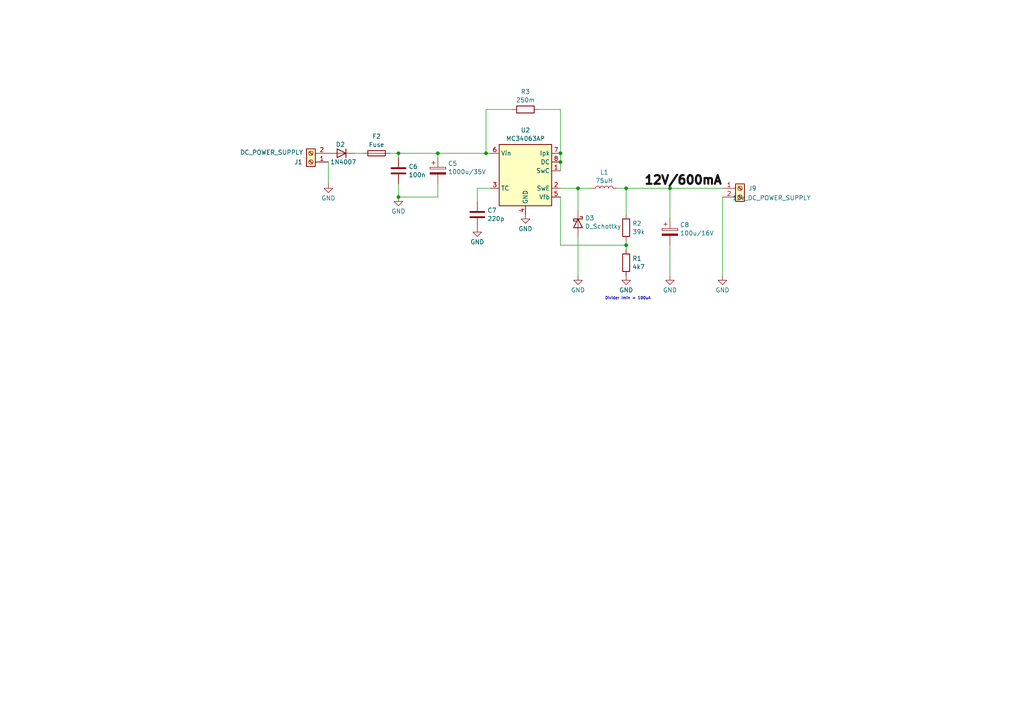
<source format=kicad_sch>
(kicad_sch (version 20231120) (generator "eeschema") (generator_version "8.0")
  (paper "A4")
  (lib_symbols
    (symbol "Connector:Screw_Terminal_01x02" (pin_names (offset 1.016) hide)
      (property "Reference" "J" (at 0 2.54 0))
      (property "Value" "Screw_Terminal_01x02" (at 0 -5.08 0))
      (symbol "Screw_Terminal_01x02_1_1"
        (rectangle (start -1.27 1.27) (end 1.27 -3.81) (stroke (width 0.254)) (fill (type background)))
        (circle (center 0 -2.54) (radius 0.635) (stroke (width 0.1524)))
        (polyline (pts (xy -0.5334 -2.2098) (xy 0.3302 -3.048)) (stroke (width 0.1524)))
        (polyline (pts (xy -0.5334 0.3302) (xy 0.3302 -0.508)) (stroke (width 0.1524)))
        (polyline (pts (xy -0.3556 -2.032) (xy 0.508 -2.8702)) (stroke (width 0.1524)))
        (polyline (pts (xy -0.3556 0.508) (xy 0.508 -0.3302)) (stroke (width 0.1524)))
        (circle (center 0 0) (radius 0.635) (stroke (width 0.1524)))
        (pin passive line (at -5.08 0 0) (length 3.81) (name "Pin_1") (number "1"))
        (pin passive line (at -5.08 -2.54 0) (length 3.81) (name "Pin_2") (number "2"))
      )
    )
    (symbol "Device:C" (pin_numbers hide) (pin_names (offset 0.254))
      (property "Reference" "C" (at 0.635 2.54 0))
      (property "Value" "C" (at 0.635 -2.54 0))
      (symbol "C_0_1"
        (polyline (pts (xy -2.032 -0.762) (xy 2.032 -0.762)) (stroke (width 0.508)))
        (polyline (pts (xy -2.032 0.762) (xy 2.032 0.762)) (stroke (width 0.508)))
      )
      (symbol "C_1_1"
        (pin passive line (at 0 3.81 270) (length 2.794) (name "~") (number "1"))
        (pin passive line (at 0 -3.81 90) (length 2.794) (name "~") (number "2"))
      )
    )
    (symbol "Device:C_Polarized" (pin_numbers hide) (pin_names (offset 0.254))
      (property "Reference" "C" (at 0.635 2.54 0))
      (property "Value" "C_Polarized" (at 0.635 -2.54 0))
      (symbol "C_Polarized_0_1"
        (rectangle (start -2.286 0.508) (end 2.286 1.016))
        (polyline (pts (xy -1.778 2.286) (xy -0.762 2.286)))
        (polyline (pts (xy -1.27 2.794) (xy -1.27 1.778)))
        (rectangle (start 2.286 -0.508) (end -2.286 -1.016) (fill (type outline)))
      )
      (symbol "C_Polarized_1_1"
        (pin passive line (at 0 3.81 270) (length 2.794) (name "~") (number "1"))
        (pin passive line (at 0 -3.81 90) (length 2.794) (name "~") (number "2"))
      )
    )
    (symbol "Device:D_Schottky" (pin_numbers hide) (pin_names (offset 1.016) hide)
      (property "Reference" "D" (at 0 2.54 0))
      (property "Value" "D_Schottky" (at 0 -2.54 0))
      (symbol "D_Schottky_0_1"
        (polyline (pts (xy 1.27 0) (xy -1.27 0)))
        (polyline (pts (xy 1.27 1.27) (xy 1.27 -1.27) (xy -1.27 0) (xy 1.27 1.27)) (stroke (width 0.254)))
        (polyline (pts (xy -1.905 0.635) (xy -1.905 1.27) (xy -1.27 1.27) (xy -1.27 -1.27) (xy -0.635 -1.27) (xy -0.635 -0.635)) (stroke (width 0.254)))
      )
      (symbol "D_Schottky_1_1"
        (pin passive line (at -3.81 0 0) (length 2.54) (name "K") (number "1"))
        (pin passive line (at 3.81 0 180) (length 2.54) (name "A") (number "2"))
      )
    )
    (symbol "Device:Fuse" (pin_numbers hide) (pin_names (offset 0))
      (property "Reference" "F" (at 2.032 0 90))
      (property "Value" "Fuse" (at -1.905 0 90))
      (symbol "Fuse_0_1"
        (rectangle (start -0.762 -2.54) (end 0.762 2.54) (stroke (width 0.254)))
        (polyline (pts (xy 0 2.54) (xy 0 -2.54)))
      )
      (symbol "Fuse_1_1"
        (pin passive line (at 0 3.81 270) (length 1.27) (name "~") (number "1"))
        (pin passive line (at 0 -3.81 90) (length 1.27) (name "~") (number "2"))
      )
    )
    (symbol "Device:L" (pin_numbers hide) (pin_names (offset 1.016) hide)
      (property "Reference" "L" (at -1.27 0 90))
      (property "Value" "L" (at 1.905 0 90))
      (symbol "L_0_1"
        (arc (start 0 -2.54) (mid 0.6323 -1.905) (end 0 -1.27))
        (arc (start 0 -1.27) (mid 0.6323 -0.635) (end 0 0))
        (arc (start 0 0) (mid 0.6323 0.635) (end 0 1.27))
        (arc (start 0 1.27) (mid 0.6323 1.905) (end 0 2.54))
      )
      (symbol "L_1_1"
        (pin passive line (at 0 3.81 270) (length 1.27) (name "1") (number "1"))
        (pin passive line (at 0 -3.81 90) (length 1.27) (name "2") (number "2"))
      )
    )
    (symbol "Device:R" (pin_numbers hide) (pin_names (offset 0))
      (property "Reference" "R" (at 2.032 0 90))
      (property "Value" "R" (at 0 0 90))
      (symbol "R_0_1"
        (rectangle (start -1.016 -2.54) (end 1.016 2.54) (stroke (width 0.254)))
      )
      (symbol "R_1_1"
        (pin passive line (at 0 3.81 270) (length 1.27) (name "~") (number "1"))
        (pin passive line (at 0 -3.81 90) (length 1.27) (name "~") (number "2"))
      )
    )
    (symbol "Diode:1N4007" (pin_numbers hide) (pin_names hide)
      (property "Reference" "D" (at 0 2.54 0))
      (property "Value" "1N4007" (at 0 -2.54 0))
      (symbol "1N4007_0_1"
        (polyline (pts (xy -1.27 1.27) (xy -1.27 -1.27)) (stroke (width 0.254)))
        (polyline (pts (xy 1.27 0) (xy -1.27 0)))
        (polyline (pts (xy 1.27 1.27) (xy 1.27 -1.27) (xy -1.27 0) (xy 1.27 1.27)) (stroke (width 0.254)))
      )
      (symbol "1N4007_1_1"
        (pin passive line (at -3.81 0 0) (length 2.54) (name "K") (number "1"))
        (pin passive line (at 3.81 0 180) (length 2.54) (name "A") (number "2"))
      )
    )
    (symbol "Regulator_Switching:MC34063AP"
      (property "Reference" "U" (at -7.62 8.89 0))
      (property "Value" "MC34063AP" (at 0 8.89 0))
      (symbol "MC34063AP_0_1"
        (rectangle (start -7.62 7.62) (end 7.62 -10.16) (stroke (width 0.254)) (fill (type background)))
      )
      (symbol "MC34063AP_1_1"
        (pin open_collector line (at 10.16 0 180) (length 2.54) (name "SwC") (number "1"))
        (pin open_emitter line (at 10.16 -5.08 180) (length 2.54) (name "SwE") (number "2"))
        (pin passive line (at -10.16 -5.08 0) (length 2.54) (name "TC") (number "3"))
        (pin power_in line (at 0 -12.7 90) (length 2.54) (name "GND") (number "4"))
        (pin input line (at 10.16 -7.62 180) (length 2.54) (name "Vfb") (number "5"))
        (pin power_in line (at -10.16 5.08 0) (length 2.54) (name "Vin") (number "6"))
        (pin input line (at 10.16 5.08 180) (length 2.54) (name "Ipk") (number "7"))
        (pin open_collector line (at 10.16 2.54 180) (length 2.54) (name "DC") (number "8"))
      )
    )
    (symbol "power:GND" (power) (pin_numbers hide) (pin_names (offset 0) hide)
      (property "Value" "GND" (at 0 -3.81 0))
      (symbol "GND_0_1"
        (polyline (pts (xy 0 0) (xy 0 -1.27) (xy 1.27 -1.27) (xy 0 -2.54) (xy -1.27 -1.27) (xy 0 -1.27)))
      )
      (symbol "GND_1_1"
        (pin power_in line (at 0 0 270) (length 0) (name "~") (number "1"))
      )
    )
  )
  (junction (at 162.56 46.99))
  (junction (at 194.31 54.61))
  (junction (at 140.97 44.45))
  (junction (at 162.56 44.45))
  (junction (at 127 44.45))
  (junction (at 115.57 44.45))
  (junction (at 181.61 71.12))
  (junction (at 115.57 57.15))
  (junction (at 167.64 54.61))
  (junction (at 181.61 54.61))
  (wire (pts (xy 127 44.45) (xy 127 45.72)))
  (wire (pts (xy 194.31 54.61) (xy 194.31 63.5)))
  (wire (pts (xy 167.64 68.58) (xy 167.64 80.01)))
  (wire (pts (xy 194.31 71.12) (xy 194.31 80.01)))
  (wire (pts (xy 115.57 44.45) (xy 115.57 45.72)))
  (wire (pts (xy 127 53.34) (xy 127 57.15)))
  (wire (pts (xy 181.61 54.61) (xy 179.07 54.61)))
  (wire (pts (xy 138.43 54.61) (xy 138.43 58.42)))
  (wire (pts (xy 162.56 54.61) (xy 167.64 54.61)))
  (wire (pts (xy 140.97 44.45) (xy 142.24 44.45)))
  (wire (pts (xy 181.61 62.23) (xy 181.61 54.61)))
  (wire (pts (xy 209.55 57.15) (xy 209.55 80.01)))
  (wire (pts (xy 162.56 46.99) (xy 162.56 49.53)))
  (wire (pts (xy 181.61 69.85) (xy 181.61 71.12)))
  (wire (pts (xy 181.61 54.61) (xy 194.31 54.61)))
  (wire (pts (xy 113.03 44.45) (xy 115.57 44.45)))
  (wire (pts (xy 181.61 71.12) (xy 181.61 72.39)))
  (wire (pts (xy 167.64 54.61) (xy 167.64 60.96)))
  (wire (pts (xy 95.25 46.99) (xy 95.25 53.34)))
  (wire (pts (xy 167.64 54.61) (xy 171.45 54.61)))
  (wire (pts (xy 162.56 31.75) (xy 162.56 44.45)))
  (wire (pts (xy 194.31 54.61) (xy 209.55 54.61)))
  (wire (pts (xy 162.56 71.12) (xy 181.61 71.12)))
  (wire (pts (xy 142.24 54.61) (xy 138.43 54.61)))
  (wire (pts (xy 127 57.15) (xy 115.57 57.15)))
  (wire (pts (xy 102.87 44.45) (xy 105.41 44.45)))
  (wire (pts (xy 127 44.45) (xy 140.97 44.45)))
  (wire (pts (xy 156.21 31.75) (xy 162.56 31.75)))
  (wire (pts (xy 115.57 57.15) (xy 115.57 53.34)))
  (wire (pts (xy 162.56 57.15) (xy 162.56 71.12)))
  (wire (pts (xy 148.59 31.75) (xy 140.97 31.75)))
  (wire (pts (xy 162.56 44.45) (xy 162.56 46.99)))
  (wire (pts (xy 115.57 44.45) (xy 127 44.45)))
  (wire (pts (xy 140.97 31.75) (xy 140.97 44.45)))
  (text "Divider Imin = 100uA" (at 182.118 86.614 0) (effects (font (size 0.8 0.8))))
  (label "12V{slash}600mA" (at 186.69 54.61 0) (effects (font (size 2.5 2.5) (thickness 0.6) (bold yes))))
  (symbol (lib_id "Device:D_Schottky") (at 167.64 64.77 270) (unit 1)
    (property "Reference" "D3" (at 169.672 63.2403 90) (effects (justify left)))
    (property "Value" "D_Schottky" (at 169.672 65.6646 90) (effects (justify left)))
    (property "Description" "Schottky diode" (effects (hide yes)))
    (instances (project "splitter" (path "" (reference "D3") (unit 1))) (project "Misc_PCB" (path "" (reference "D4") (unit 1))))
  )
  (symbol (lib_id "Connector:Screw_Terminal_01x02") (at 90.17 46.99 180) (unit 1)
    (property "Reference" "J1" (at 85.344 46.99 0) (effects (justify right)))
    (property "Value" "DC_POWER_SUPPLY" (at 69.596 44.196 0) (effects (justify right)))
    (property "Footprint" "TerminalBlock:TerminalBlock_Altech_AK300-2_P5.00mm" (effects (hide yes)))
    (property "Description" "Generic screw terminal, single row, 01x02, script generated (kicad-library-utils/schlib/autogen/connector/)" (effects (hide yes)))
    (instances (project "splitter" (path "" (reference "J1") (unit 1))) (project "Misc_PCB" (path "" (reference "J6") (unit 1))))
  )
  (symbol (lib_id "Device:R") (at 181.61 66.04 0) (unit 1)
    (property "Reference" "R2" (at 183.388 64.8278 0) (effects (justify left)))
    (property "Value" "39k" (at 183.388 67.2521 0) (effects (justify left)))
    (property "Description" "Resistor" (effects (hide yes)))
    (instances (project "splitter" (path "" (reference "R2") (unit 1))) (project "Misc_PCB" (path "" (reference "R13") (unit 1))))
  )
  (symbol (lib_id "Diode:1N4007") (at 99.06 44.45 180) (unit 1)
    (property "Reference" "D2" (at 100.076 41.91 0) (effects (justify left)))
    (property "Value" "1N4007" (at 103.378 46.99 0) (effects (justify left)))
    (property "Footprint" "Diode_THT:D_DO-41_SOD81_P10.16mm_Horizontal" (effects (hide yes)))
    (property "Datasheet" "http://www.vishay.com/docs/88503/1n4001.pdf" (effects (hide yes)))
    (property "Description" "1000V 1A General Purpose Rectifier Diode, DO-41" (effects (hide yes)))
    (property "Sim.Device" "D" (effects (hide yes)))
    (property "Sim.Pins" "1=K 2=A" (effects (hide yes)))
    (instances (project "splitter" (path "" (reference "D2") (unit 1))) (project "Misc_PCB" (path "" (reference "D3") (unit 1))))
  )
  (symbol (lib_id "Device:C_Polarized") (at 127 49.53 0) (unit 1)
    (property "Reference" "C5" (at 129.921 47.4288 0) (effects (justify left)))
    (property "Value" "1000u/35V" (at 129.921 49.8531 0) (effects (justify left)))
    (property "Description" "Polarized capacitor" (effects (hide yes)))
  )
  (symbol (lib_id "Device:C") (at 138.43 62.23 0) (unit 1)
    (property "Reference" "C7" (at 141.351 61.0178 0) (effects (justify left)))
    (property "Value" "220p" (at 141.351 63.4421 0) (effects (justify left)))
    (property "Description" "Unpolarized capacitor" (effects (hide yes)))
    (instances (project "splitter" (path "" (reference "C7") (unit 1))) (project "Misc_PCB" (path "" (reference "C6") (unit 1))))
  )
  (symbol (lib_id "Device:R") (at 152.4 31.75 90) (unit 1)
    (property "Reference" "R3" (at 152.4 26.5895 90))
    (property "Value" "250m" (at 152.4 29.0138 90))
    (property "Description" "Resistor" (effects (hide yes)))
    (instances (project "splitter" (path "" (reference "R3") (unit 1))) (project "Misc_PCB" (path "" (reference "R12") (unit 1))))
  )
  (symbol (lib_id "Device:L") (at 175.26 54.61 90) (unit 1)
    (property "Reference" "L1" (at 175.26 49.9602 90))
    (property "Value" "75uH" (at 175.26 52.3845 90))
    (property "Description" "Inductor" (effects (hide yes)))
  )
  (symbol (lib_id "power:GND") (at 115.57 57.15 0) (unit 1)
    (property "Reference" "#PWR012" (effects (hide yes)))
    (property "Value" "GND" (at 115.57 61.2831 0))
    (property "Description" "Power symbol creates a global label with name \"GND\" , ground" (effects (hide yes)))
    (instances (project "splitter" (path "" (reference "#PWR012") (unit 1))) (project "Misc_PCB" (path "" (reference "#PWR023") (unit 1))))
  )
  (symbol (lib_id "power:GND") (at 152.4 62.23 0) (unit 1)
    (property "Reference" "#PWR015" (effects (hide yes)))
    (property "Value" "GND" (at 152.4 66.3631 0))
    (property "Description" "Power symbol creates a global label with name \"GND\" , ground" (effects (hide yes)))
    (instances (project "splitter" (path "" (reference "#PWR015") (unit 1))) (project "Misc_PCB" (path "" (reference "#PWR025") (unit 1))))
  )
  (symbol (lib_id "Device:Fuse") (at 109.22 44.45 90) (unit 1)
    (property "Reference" "F2" (at 109.22 39.5435 90))
    (property "Value" "Fuse" (at 109.22 41.9678 90))
    (property "Footprint" "Fuse:Fuseholder_Clip-5x20mm_Eaton_1A5601-01_Inline_P20.80x6.76mm_D1.70mm_Horizontal" (effects (hide yes)))
    (property "Description" "Fuse" (effects (hide yes)))
    (instances (project "splitter" (path "" (reference "F2") (unit 1))) (project "Misc_PCB" (path "" (reference "F1") (unit 1))))
  )
  (symbol (lib_id "power:GND") (at 167.64 80.01 0) (unit 1)
    (property "Reference" "#PWR017" (effects (hide yes)))
    (property "Value" "GND" (at 167.64 84.1431 0))
    (property "Description" "Power symbol creates a global label with name \"GND\" , ground" (effects (hide yes)))
    (instances (project "splitter" (path "" (reference "#PWR017") (unit 1))) (project "Misc_PCB" (path "" (reference "#PWR026") (unit 1))))
  )
  (symbol (lib_id "power:GND") (at 138.43 66.04 0) (unit 1)
    (property "Reference" "#PWR016" (effects (hide yes)))
    (property "Value" "GND" (at 138.43 70.1731 0))
    (property "Description" "Power symbol creates a global label with name \"GND\" , ground" (effects (hide yes)))
    (instances (project "splitter" (path "" (reference "#PWR016") (unit 1))) (project "Misc_PCB" (path "" (reference "#PWR024") (unit 1))))
  )
  (symbol (lib_id "Device:C_Polarized") (at 194.31 67.31 0) (unit 1)
    (property "Reference" "C8" (at 197.231 65.2088 0) (effects (justify left)))
    (property "Value" "100u/16V" (at 197.231 67.6331 0) (effects (justify left)))
    (property "Description" "Polarized capacitor" (effects (hide yes)))
    (instances (project "splitter" (path "" (reference "C8") (unit 1))) (project "Misc_PCB" (path "" (reference "C7") (unit 1))))
  )
  (symbol (lib_id "Device:R") (at 181.61 76.2 0) (unit 1)
    (property "Reference" "R1" (at 183.388 74.9878 0) (effects (justify left)))
    (property "Value" "4k7" (at 183.388 77.4121 0) (effects (justify left)))
    (property "Description" "Resistor" (effects (hide yes)))
    (instances (project "splitter" (path "" (reference "R1") (unit 1))) (project "Misc_PCB" (path "" (reference "R14") (unit 1))))
  )
  (symbol (lib_id "Connector:Screw_Terminal_01x02") (at 214.63 54.61 0) (unit 1)
    (property "Reference" "J9" (at 219.456 54.61 0) (effects (justify right)))
    (property "Value" "12V_DC_POWER_SUPPLY" (at 235.204 57.404 0) (effects (justify right)))
    (property "Footprint" "TerminalBlock:TerminalBlock_Altech_AK300-2_P5.00mm" (effects (hide yes)))
    (property "Description" "Generic screw terminal, single row, 01x02, script generated (kicad-library-utils/schlib/autogen/connector/)" (effects (hide yes)))
    (instances (project "splitter" (path "" (reference "J9") (unit 1))) (project "Misc_PCB" (path "" (reference "J7") (unit 1))))
  )
  (symbol (lib_id "Device:C") (at 115.57 49.53 0) (unit 1)
    (property "Reference" "C6" (at 118.491 48.3178 0) (effects (justify left)))
    (property "Value" "100n" (at 118.491 50.7421 0) (effects (justify left)))
    (property "Description" "Unpolarized capacitor" (effects (hide yes)))
    (instances (project "splitter" (path "" (reference "C6") (unit 1))) (project "Misc_PCB" (path "" (reference "C4") (unit 1))))
  )
  (symbol (lib_id "power:GND") (at 209.55 80.01 0) (unit 1)
    (property "Reference" "#PWR029" (effects (hide yes)))
    (property "Value" "GND" (at 209.55 84.1431 0))
    (property "Description" "Power symbol creates a global label with name \"GND\" , ground" (effects (hide yes)))
  )
  (symbol (lib_id "Regulator_Switching:MC34063AP") (at 152.4 49.53 0) (unit 1)
    (property "Reference" "U2" (at 152.4 37.7655 0))
    (property "Value" "MC34063AP" (at 152.4 40.1898 0))
    (property "Footprint" "Package_DIP:DIP-8_W7.62mm" (effects (hide yes)))
    (property "Datasheet" "http://www.onsemi.com/pub_link/Collateral/MC34063A-D.PDF" (effects (hide yes)))
    (property "Description" "1.5A, step-up/down/inverting switching regulator, 3-40V Vin, 100kHz, DIP-8" (effects (hide yes)))
    (instances (project "splitter" (path "" (reference "U2") (unit 1))) (project "Misc_PCB" (path "" (reference "U3") (unit 1))))
  )
  (symbol (lib_id "power:GND") (at 194.31 80.01 0) (unit 1)
    (property "Reference" "#PWR018" (effects (hide yes)))
    (property "Value" "GND" (at 194.31 84.1431 0))
    (property "Description" "Power symbol creates a global label with name \"GND\" , ground" (effects (hide yes)))
    (instances (project "splitter" (path "" (reference "#PWR018") (unit 1))) (project "Misc_PCB" (path "" (reference "#PWR028") (unit 1))))
  )
  (symbol (lib_id "power:GND") (at 181.61 80.01 0) (unit 1)
    (property "Reference" "#PWR014" (effects (hide yes)))
    (property "Value" "GND" (at 181.61 84.1431 0))
    (property "Description" "Power symbol creates a global label with name \"GND\" , ground" (effects (hide yes)))
    (instances (project "splitter" (path "" (reference "#PWR014") (unit 1))) (project "Misc_PCB" (path "" (reference "#PWR027") (unit 1))))
  )
  (symbol (lib_id "power:GND") (at 95.25 53.34 0) (unit 1)
    (property "Reference" "#PWR013" (effects (hide yes)))
    (property "Value" "GND" (at 95.25 57.4731 0))
    (property "Description" "Power symbol creates a global label with name \"GND\" , ground" (effects (hide yes)))
    (instances (project "splitter" (path "" (reference "#PWR013") (unit 1))) (project "Misc_PCB" (path "" (reference "#PWR022") (unit 1))))
  )
)
</source>
